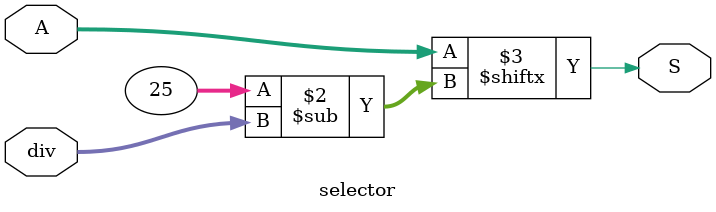
<source format=v>
`timescale 1ns / 1ps


module selector(
    input [31:0] A,
    input [31:0] div,
    output reg S
);

    parameter reg [31:0] slice_pos = 26; // Slice bit position 26 ... 0.94 s

    always @(A,div) begin
        S <= A[slice_pos - 1 - div];
    end
    
endmodule

</source>
